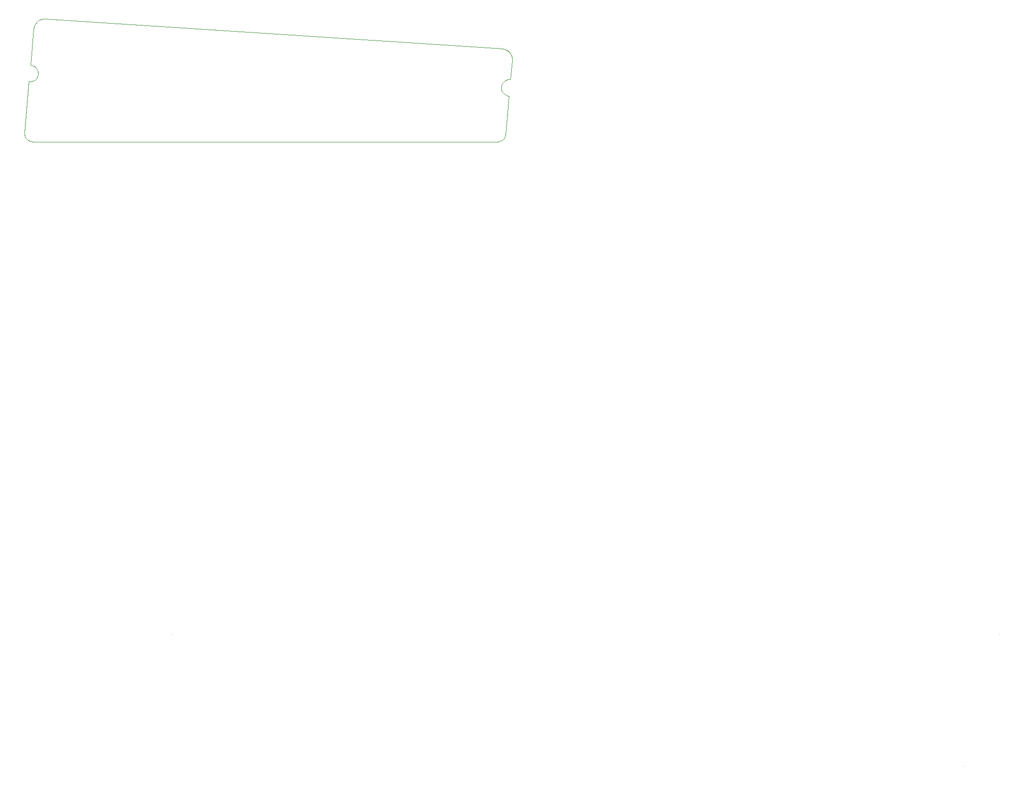
<source format=gbr>
G04 #@! TF.FileFunction,Profile,NP*
%FSLAX46Y46*%
G04 Gerber Fmt 4.6, Leading zero omitted, Abs format (unit mm)*
G04 Created by KiCad (PCBNEW (2015-07-06 BZR 5889)-product) date Wed 26 Aug 2015 12:42:29 PM CEST*
%MOMM*%
G01*
G04 APERTURE LIST*
%ADD10C,0.100000*%
G04 APERTURE END LIST*
D10*
X1676889Y200580D02*
X85038278Y200580D01*
X85814389Y16957524D02*
X3934666Y22284469D01*
X1359389Y235858D02*
X1676889Y200580D01*
X1077166Y341691D02*
X1359389Y235858D01*
X794944Y482802D02*
X1077166Y341691D01*
X583278Y694469D02*
X794944Y482802D01*
X371611Y941413D02*
X583278Y694469D01*
X265778Y1223635D02*
X371611Y941413D01*
X195222Y1505858D02*
X265778Y1223635D01*
X195222Y1823358D02*
X195222Y1505858D01*
X971333Y10995580D02*
X195222Y1823358D01*
X1288833Y10995580D02*
X971333Y10995580D01*
X1606333Y11066135D02*
X1288833Y10995580D01*
X1888555Y11207246D02*
X1606333Y11066135D01*
X2135500Y11383635D02*
X1888555Y11207246D01*
X2347166Y11630580D02*
X2135500Y11383635D01*
X2488278Y11912802D02*
X2347166Y11630580D01*
X2594111Y12195024D02*
X2488278Y11912802D01*
X2594111Y12512524D02*
X2594111Y12195024D01*
X2558833Y12830024D02*
X2594111Y12512524D01*
X2453000Y13112246D02*
X2558833Y12830024D01*
X2311889Y13394469D02*
X2453000Y13112246D01*
X2100222Y13606135D02*
X2311889Y13394469D01*
X1818000Y13782524D02*
X2100222Y13606135D01*
X1535778Y13923635D02*
X1818000Y13782524D01*
X1253555Y13994191D02*
X1535778Y13923635D01*
X1782722Y20379469D02*
X1253555Y13994191D01*
X1853278Y20732246D02*
X1782722Y20379469D01*
X1959111Y21085024D02*
X1853278Y20732246D01*
X2135500Y21367246D02*
X1959111Y21085024D01*
X2347166Y21649469D02*
X2135500Y21367246D01*
X2594111Y21896413D02*
X2347166Y21649469D01*
X2911611Y22072802D02*
X2594111Y21896413D01*
X3229111Y22213913D02*
X2911611Y22072802D01*
X3581889Y22284469D02*
X3229111Y22213913D01*
X3934666Y22284469D02*
X3581889Y22284469D01*
X86167166Y16886969D02*
X85814389Y16957524D01*
X86484666Y16781135D02*
X86167166Y16886969D01*
X86802166Y16604746D02*
X86484666Y16781135D01*
X87084389Y16393080D02*
X86802166Y16604746D01*
X87296055Y16110858D02*
X87084389Y16393080D01*
X87507722Y15793358D02*
X87296055Y16110858D01*
X87613555Y15475858D02*
X87507722Y15793358D01*
X87684111Y15123080D02*
X87613555Y15475858D01*
X87684111Y14770302D02*
X87684111Y15123080D01*
X87366611Y11418913D02*
X87684111Y14770302D01*
X87084389Y11418913D02*
X87366611Y11418913D01*
X86766889Y11348358D02*
X87084389Y11418913D01*
X86484666Y11207246D02*
X86766889Y11348358D01*
X86237722Y10995580D02*
X86484666Y11207246D01*
X86026055Y10783913D02*
X86237722Y10995580D01*
X85884944Y10501691D02*
X86026055Y10783913D01*
X85779111Y10219469D02*
X85884944Y10501691D01*
X85743833Y9901969D02*
X85779111Y10219469D01*
X85779111Y9584469D02*
X85743833Y9901969D01*
X85884944Y9266969D02*
X85779111Y9584469D01*
X86061333Y9020024D02*
X85884944Y9266969D01*
X86273000Y8773080D02*
X86061333Y9020024D01*
X86519944Y8596691D02*
X86273000Y8773080D01*
X86802166Y8490858D02*
X86519944Y8596691D01*
X87119666Y8420302D02*
X86802166Y8490858D01*
X86519944Y1576413D02*
X87119666Y8420302D01*
X86484666Y1294191D02*
X86519944Y1576413D01*
X86378833Y1047246D02*
X86484666Y1294191D01*
X86237722Y800302D02*
X86378833Y1047246D01*
X86061333Y588635D02*
X86237722Y800302D01*
X85814389Y412246D02*
X86061333Y588635D01*
X85567444Y306413D02*
X85814389Y412246D01*
X85320500Y235858D02*
X85567444Y306413D01*
X85038278Y200580D02*
X85320500Y235858D01*
X175147581Y-88211378D02*
X175147581Y-88211378D01*
X168856378Y-111906285D02*
X168856378Y-111906285D01*
X26646481Y-88211378D02*
X26646481Y-88211378D01*
M02*

</source>
